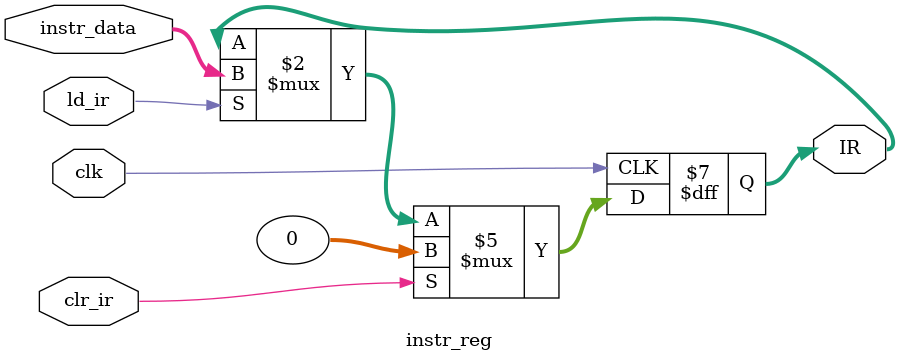
<source format=sv>
module instr_reg(
    input logic clk,
    input logic clr_ir,
    input logic ld_ir,
    input logic [31:0] instr_data,
    output logic [31:0] IR
);

    always_ff @(posedge clk) begin
        if (clr_ir)
            IR <= 0;
        else if (ld_ir)
            IR <= instr_data;
    end
    
endmodule

</source>
